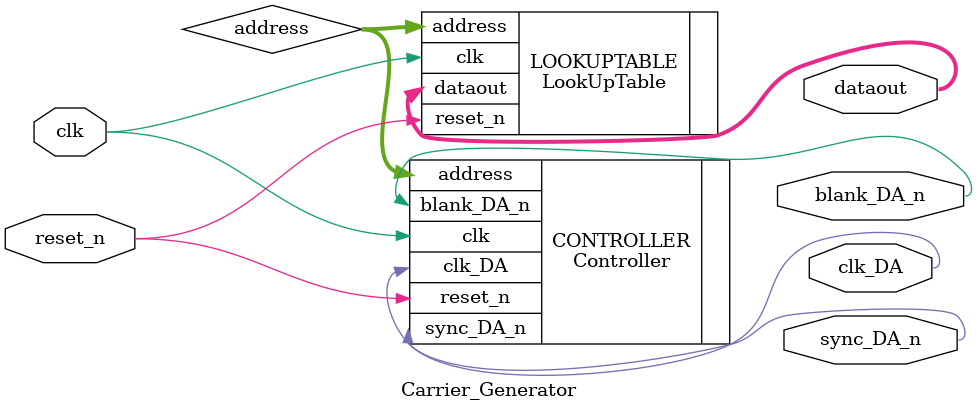
<source format=v>
module Carrier_Generator(
			clk,
			reset_n,
			
			clk_DA,
			blank_DA_n,
			sync_DA_n,
			dataout
);

	input            clk       ;
	input            reset_n   ;
	
	output           clk_DA    ; //数模转换器控制信号
	output           blank_DA_n; //数模转换器控制信号
	output           sync_DA_n ; //数模转换器控制信号
	output [ 7 : 0 ] dataout   ;
	
	wire   [ 4 : 0 ] address   ;
	
	Controller  CONTROLLER  (
			.clk       ( clk ),
			.reset_n   ( reset_n ),
						
			.address   ( address ),
			.clk_DA    ( clk_DA ),
			.blank_DA_n( blank_DA_n ),
			.sync_DA_n ( sync_DA_n )
	);
	LookUpTable LOOKUPTABLE (
			.clk       ( clk ),
			.reset_n   ( reset_n ),
			.address   ( address ),
					
			.dataout   ( dataout )
	);

endmodule
</source>
